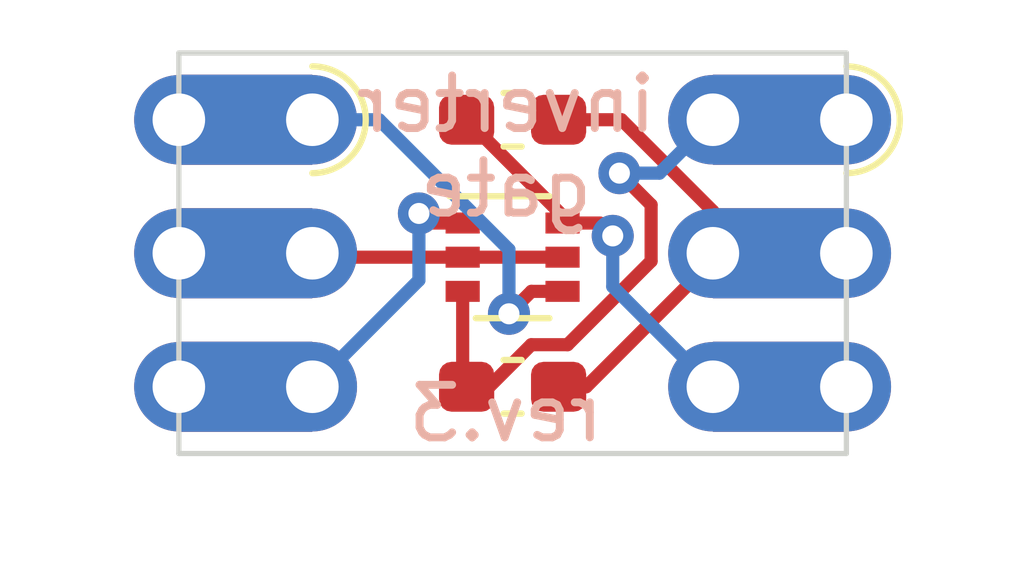
<source format=kicad_pcb>
(kicad_pcb (version 20171130) (host pcbnew 5.1.6)

  (general
    (thickness 1.6)
    (drawings 6)
    (tracks 42)
    (zones 0)
    (modules 5)
    (nets 7)
  )

  (page A4)
  (layers
    (0 F.Cu signal)
    (31 B.Cu signal)
    (32 B.Adhes user)
    (33 F.Adhes user)
    (34 B.Paste user)
    (35 F.Paste user)
    (36 B.SilkS user)
    (37 F.SilkS user)
    (38 B.Mask user)
    (39 F.Mask user)
    (40 Dwgs.User user)
    (41 Cmts.User user)
    (42 Eco1.User user)
    (43 Eco2.User user)
    (44 Edge.Cuts user)
    (45 Margin user)
    (46 B.CrtYd user)
    (47 F.CrtYd user)
    (48 B.Fab user)
    (49 F.Fab user)
  )

  (setup
    (last_trace_width 0.25)
    (user_trace_width 0.35)
    (user_trace_width 0.5)
    (trace_clearance 0.2)
    (zone_clearance 0.508)
    (zone_45_only no)
    (trace_min 0.2)
    (via_size 0.8)
    (via_drill 0.4)
    (via_min_size 0.4)
    (via_min_drill 0.3)
    (uvia_size 0.3)
    (uvia_drill 0.1)
    (uvias_allowed no)
    (uvia_min_size 0.2)
    (uvia_min_drill 0.1)
    (edge_width 0.05)
    (segment_width 0.2)
    (pcb_text_width 0.3)
    (pcb_text_size 1.5 1.5)
    (mod_edge_width 0.12)
    (mod_text_size 1 1)
    (mod_text_width 0.15)
    (pad_size 1.524 1.524)
    (pad_drill 0.762)
    (pad_to_mask_clearance 0.05)
    (aux_axis_origin 0 0)
    (visible_elements FFFFFF7F)
    (pcbplotparams
      (layerselection 0x010fc_ffffffff)
      (usegerberextensions false)
      (usegerberattributes true)
      (usegerberadvancedattributes true)
      (creategerberjobfile true)
      (excludeedgelayer true)
      (linewidth 0.100000)
      (plotframeref false)
      (viasonmask false)
      (mode 1)
      (useauxorigin false)
      (hpglpennumber 1)
      (hpglpenspeed 20)
      (hpglpendiameter 15.000000)
      (psnegative false)
      (psa4output false)
      (plotreference true)
      (plotvalue true)
      (plotinvisibletext false)
      (padsonsilk false)
      (subtractmaskfromsilk false)
      (outputformat 1)
      (mirror false)
      (drillshape 0)
      (scaleselection 1)
      (outputdirectory "../../../../pcbs/gates/inverter/"))
  )

  (net 0 "")
  (net 1 Out)
  (net 2 Vss)
  (net 3 Vdd)
  (net 4 In)
  (net 5 Nti)
  (net 6 Pti)

  (net_class Default "This is the default net class."
    (clearance 0.2)
    (trace_width 0.25)
    (via_dia 0.8)
    (via_drill 0.4)
    (uvia_dia 0.3)
    (uvia_drill 0.1)
    (add_net In)
    (add_net Nti)
    (add_net Out)
    (add_net Pti)
    (add_net Vdd)
    (add_net Vss)
  )

  (module Castellation:Hybrid_Castellation_1x03_P2.54 (layer F.Cu) (tedit 60A116C0) (tstamp 5FF6B5F2)
    (at 92.075 53.34)
    (descr "Edge Castellation, 1x03, 2.54mm pitch, single row")
    (tags "Castellation Edge 1x03 2.54mm single row")
    (path /5FED6A28)
    (fp_text reference J1 (at 0 -2.54) (layer F.SilkS) hide
      (effects (font (size 1 1) (thickness 0.15)))
    )
    (fp_text value Conn_01x03 (at 0 7.85) (layer F.Fab)
      (effects (font (size 1 1) (thickness 0.15)))
    )
    (fp_line (start 2.54 -0.635) (end 2.54 6.35) (layer F.Fab) (width 0.1))
    (fp_line (start -2.54 6.35) (end -2.54 -1.27) (layer F.Fab) (width 0.1))
    (fp_line (start 1.905 -1.27) (end 2.54 -0.635) (layer F.Fab) (width 0.1))
    (fp_line (start -2.54 -1.27) (end 1.905 -1.27) (layer F.Fab) (width 0.12))
    (fp_line (start -2.54 6.35) (end 2.54 6.35) (layer F.Fab) (width 0.12))
    (fp_arc (start 1.27 0) (end 1.27 1.016) (angle -180) (layer F.SilkS) (width 0.12))
    (fp_text user %R (at 0 2.54 90) (layer F.Fab)
      (effects (font (size 1 1) (thickness 0.15)))
    )
    (pad 3 connect custom (at 0 5.08) (size 2.54 1.7145) (layers B.Cu B.Mask)
      (net 2 Vss) (zone_connect 0)
      (options (clearance outline) (anchor rect))
      (primitives
      ))
    (pad 2 connect custom (at 0 2.54) (size 2.54 1.7145) (layers B.Cu B.Mask)
      (net 4 In) (zone_connect 0)
      (options (clearance outline) (anchor rect))
      (primitives
      ))
    (pad 1 connect custom (at 0 0) (size 2.54 1.7145) (layers B.Cu B.Mask)
      (net 3 Vdd) (zone_connect 0)
      (options (clearance outline) (anchor rect))
      (primitives
      ))
    (pad 3 connect custom (at 0 5.08) (size 2.54 1.7145) (layers F.Cu F.Mask)
      (net 2 Vss) (zone_connect 0)
      (options (clearance outline) (anchor rect))
      (primitives
      ))
    (pad 2 connect custom (at 0 2.54) (size 2.54 1.7145) (layers F.Cu F.Mask)
      (net 4 In) (zone_connect 0)
      (options (clearance outline) (anchor rect))
      (primitives
      ))
    (pad 1 connect custom (at 0 0) (size 2.54 1.7145) (layers F.Cu F.Mask)
      (net 3 Vdd) (zone_connect 0)
      (options (clearance outline) (anchor rect))
      (primitives
      ))
    (pad 1 thru_hole oval (at 1.27 0) (size 1.7 1.7) (drill 1) (layers *.Cu *.Mask)
      (net 3 Vdd))
    (pad 2 thru_hole oval (at 1.27 2.54) (size 1.7 1.7) (drill 1) (layers *.Cu *.Mask)
      (net 4 In))
    (pad 3 thru_hole oval (at 1.27 5.08) (size 1.7 1.7) (drill 1) (layers *.Cu *.Mask)
      (net 2 Vss))
    (pad 3 thru_hole oval (at -1.27 5.08) (size 1.7 1.7) (drill 1) (layers *.Cu *.Mask)
      (net 2 Vss))
    (pad 2 thru_hole oval (at -1.27 2.54) (size 1.7 1.7) (drill 1) (layers *.Cu *.Mask)
      (net 4 In))
    (pad 1 thru_hole oval (at -1.27 0) (size 1.7 1.7) (drill 1) (layers *.Cu *.Mask)
      (net 3 Vdd))
  )

  (module Castellation:Hybrid_Castellation_1x03_P2.54 (layer F.Cu) (tedit 60A116C0) (tstamp 5FF6B600)
    (at 102.235 53.34)
    (descr "Edge Castellation, 1x03, 2.54mm pitch, single row")
    (tags "Castellation Edge 1x03 2.54mm single row")
    (path /5FEDBBC1)
    (fp_text reference J2 (at 0 -2.54) (layer F.SilkS) hide
      (effects (font (size 1 1) (thickness 0.15)))
    )
    (fp_text value Conn_01x03 (at 0 7.85) (layer F.Fab)
      (effects (font (size 1 1) (thickness 0.15)))
    )
    (fp_line (start 2.54 -0.635) (end 2.54 6.35) (layer F.Fab) (width 0.1))
    (fp_line (start -2.54 6.35) (end -2.54 -1.27) (layer F.Fab) (width 0.1))
    (fp_line (start 1.905 -1.27) (end 2.54 -0.635) (layer F.Fab) (width 0.1))
    (fp_line (start -2.54 -1.27) (end 1.905 -1.27) (layer F.Fab) (width 0.12))
    (fp_line (start -2.54 6.35) (end 2.54 6.35) (layer F.Fab) (width 0.12))
    (fp_arc (start 1.27 0) (end 1.27 1.016) (angle -180) (layer F.SilkS) (width 0.12))
    (fp_text user %R (at 0 2.54 90) (layer F.Fab)
      (effects (font (size 1 1) (thickness 0.15)))
    )
    (pad 3 connect custom (at 0 5.08) (size 2.54 1.7145) (layers B.Cu B.Mask)
      (net 5 Nti) (zone_connect 0)
      (options (clearance outline) (anchor rect))
      (primitives
      ))
    (pad 2 connect custom (at 0 2.54) (size 2.54 1.7145) (layers B.Cu B.Mask)
      (net 1 Out) (zone_connect 0)
      (options (clearance outline) (anchor rect))
      (primitives
      ))
    (pad 1 connect custom (at 0 0) (size 2.54 1.7145) (layers B.Cu B.Mask)
      (net 6 Pti) (zone_connect 0)
      (options (clearance outline) (anchor rect))
      (primitives
      ))
    (pad 3 connect custom (at 0 5.08) (size 2.54 1.7145) (layers F.Cu F.Mask)
      (net 5 Nti) (zone_connect 0)
      (options (clearance outline) (anchor rect))
      (primitives
      ))
    (pad 2 connect custom (at 0 2.54) (size 2.54 1.7145) (layers F.Cu F.Mask)
      (net 1 Out) (zone_connect 0)
      (options (clearance outline) (anchor rect))
      (primitives
      ))
    (pad 1 connect custom (at 0 0) (size 2.54 1.7145) (layers F.Cu F.Mask)
      (net 6 Pti) (zone_connect 0)
      (options (clearance outline) (anchor rect))
      (primitives
      ))
    (pad 1 thru_hole oval (at 1.27 0) (size 1.7 1.7) (drill 1) (layers *.Cu *.Mask)
      (net 6 Pti))
    (pad 2 thru_hole oval (at 1.27 2.54) (size 1.7 1.7) (drill 1) (layers *.Cu *.Mask)
      (net 1 Out))
    (pad 3 thru_hole oval (at 1.27 5.08) (size 1.7 1.7) (drill 1) (layers *.Cu *.Mask)
      (net 5 Nti))
    (pad 3 thru_hole oval (at -1.27 5.08) (size 1.7 1.7) (drill 1) (layers *.Cu *.Mask)
      (net 5 Nti))
    (pad 2 thru_hole oval (at -1.27 2.54) (size 1.7 1.7) (drill 1) (layers *.Cu *.Mask)
      (net 1 Out))
    (pad 1 thru_hole oval (at -1.27 0) (size 1.7 1.7) (drill 1) (layers *.Cu *.Mask)
      (net 6 Pti))
  )

  (module Resistor_SMD:R_0603_1608Metric_Pad1.05x0.95mm_HandSolder (layer F.Cu) (tedit 5B301BBD) (tstamp 5FF6B638)
    (at 97.155 53.34 180)
    (descr "Resistor SMD 0603 (1608 Metric), square (rectangular) end terminal, IPC_7351 nominal with elongated pad for handsoldering. (Body size source: http://www.tortai-tech.com/upload/download/2011102023233369053.pdf), generated with kicad-footprint-generator")
    (tags "resistor handsolder")
    (path /5FFC430C)
    (attr smd)
    (fp_text reference R2 (at 0 -1.43) (layer F.SilkS) hide
      (effects (font (size 1 1) (thickness 0.15)))
    )
    (fp_text value 12k (at 0 1.43) (layer F.Fab)
      (effects (font (size 1 1) (thickness 0.15)))
    )
    (fp_line (start 1.65 0.73) (end -1.65 0.73) (layer F.CrtYd) (width 0.05))
    (fp_line (start 1.65 -0.73) (end 1.65 0.73) (layer F.CrtYd) (width 0.05))
    (fp_line (start -1.65 -0.73) (end 1.65 -0.73) (layer F.CrtYd) (width 0.05))
    (fp_line (start -1.65 0.73) (end -1.65 -0.73) (layer F.CrtYd) (width 0.05))
    (fp_line (start -0.171267 0.51) (end 0.171267 0.51) (layer F.SilkS) (width 0.12))
    (fp_line (start -0.171267 -0.51) (end 0.171267 -0.51) (layer F.SilkS) (width 0.12))
    (fp_line (start 0.8 0.4) (end -0.8 0.4) (layer F.Fab) (width 0.1))
    (fp_line (start 0.8 -0.4) (end 0.8 0.4) (layer F.Fab) (width 0.1))
    (fp_line (start -0.8 -0.4) (end 0.8 -0.4) (layer F.Fab) (width 0.1))
    (fp_line (start -0.8 0.4) (end -0.8 -0.4) (layer F.Fab) (width 0.1))
    (fp_text user %R (at 0 0) (layer F.Fab)
      (effects (font (size 0.4 0.4) (thickness 0.06)))
    )
    (pad 2 smd roundrect (at 0.875 0 180) (size 1.05 0.95) (layers F.Cu F.Paste F.Mask) (roundrect_rratio 0.25)
      (net 5 Nti))
    (pad 1 smd roundrect (at -0.875 0 180) (size 1.05 0.95) (layers F.Cu F.Paste F.Mask) (roundrect_rratio 0.25)
      (net 1 Out))
    (model ${KISYS3DMOD}/Resistor_SMD.3dshapes/R_0603_1608Metric.wrl
      (at (xyz 0 0 0))
      (scale (xyz 1 1 1))
      (rotate (xyz 0 0 0))
    )
  )

  (module Resistor_SMD:R_0603_1608Metric_Pad1.05x0.95mm_HandSolder (layer F.Cu) (tedit 5B301BBD) (tstamp 5FF6B627)
    (at 97.155 58.42)
    (descr "Resistor SMD 0603 (1608 Metric), square (rectangular) end terminal, IPC_7351 nominal with elongated pad for handsoldering. (Body size source: http://www.tortai-tech.com/upload/download/2011102023233369053.pdf), generated with kicad-footprint-generator")
    (tags "resistor handsolder")
    (path /5FFC3DF2)
    (attr smd)
    (fp_text reference R1 (at 0 -1.43) (layer F.SilkS) hide
      (effects (font (size 1 1) (thickness 0.15)))
    )
    (fp_text value 12k (at 0 1.43) (layer F.Fab)
      (effects (font (size 1 1) (thickness 0.15)))
    )
    (fp_line (start 1.65 0.73) (end -1.65 0.73) (layer F.CrtYd) (width 0.05))
    (fp_line (start 1.65 -0.73) (end 1.65 0.73) (layer F.CrtYd) (width 0.05))
    (fp_line (start -1.65 -0.73) (end 1.65 -0.73) (layer F.CrtYd) (width 0.05))
    (fp_line (start -1.65 0.73) (end -1.65 -0.73) (layer F.CrtYd) (width 0.05))
    (fp_line (start -0.171267 0.51) (end 0.171267 0.51) (layer F.SilkS) (width 0.12))
    (fp_line (start -0.171267 -0.51) (end 0.171267 -0.51) (layer F.SilkS) (width 0.12))
    (fp_line (start 0.8 0.4) (end -0.8 0.4) (layer F.Fab) (width 0.1))
    (fp_line (start 0.8 -0.4) (end 0.8 0.4) (layer F.Fab) (width 0.1))
    (fp_line (start -0.8 -0.4) (end 0.8 -0.4) (layer F.Fab) (width 0.1))
    (fp_line (start -0.8 0.4) (end -0.8 -0.4) (layer F.Fab) (width 0.1))
    (fp_text user %R (at 0 0) (layer F.Fab)
      (effects (font (size 0.4 0.4) (thickness 0.06)))
    )
    (pad 2 smd roundrect (at 0.875 0) (size 1.05 0.95) (layers F.Cu F.Paste F.Mask) (roundrect_rratio 0.25)
      (net 1 Out))
    (pad 1 smd roundrect (at -0.875 0) (size 1.05 0.95) (layers F.Cu F.Paste F.Mask) (roundrect_rratio 0.25)
      (net 6 Pti))
    (model ${KISYS3DMOD}/Resistor_SMD.3dshapes/R_0603_1608Metric.wrl
      (at (xyz 0 0 0))
      (scale (xyz 1 1 1))
      (rotate (xyz 0 0 0))
    )
  )

  (module Package_TO_SOT_SMD:SOT-363_SC-70-6 (layer F.Cu) (tedit 5A02FF57) (tstamp 5FF6B616)
    (at 97.155 55.955)
    (descr "SOT-363, SC-70-6")
    (tags "SOT-363 SC-70-6")
    (path /5FFBA0AD)
    (attr smd)
    (fp_text reference Q1 (at 0 -2) (layer F.SilkS) hide
      (effects (font (size 1 1) (thickness 0.15)))
    )
    (fp_text value BSS8402DW (at 0 2 180) (layer F.Fab)
      (effects (font (size 1 1) (thickness 0.15)))
    )
    (fp_line (start -0.175 -1.1) (end -0.675 -0.6) (layer F.Fab) (width 0.1))
    (fp_line (start 0.675 1.1) (end -0.675 1.1) (layer F.Fab) (width 0.1))
    (fp_line (start 0.675 -1.1) (end 0.675 1.1) (layer F.Fab) (width 0.1))
    (fp_line (start -1.6 1.4) (end 1.6 1.4) (layer F.CrtYd) (width 0.05))
    (fp_line (start -0.675 -0.6) (end -0.675 1.1) (layer F.Fab) (width 0.1))
    (fp_line (start 0.675 -1.1) (end -0.175 -1.1) (layer F.Fab) (width 0.1))
    (fp_line (start -1.6 -1.4) (end 1.6 -1.4) (layer F.CrtYd) (width 0.05))
    (fp_line (start -1.6 -1.4) (end -1.6 1.4) (layer F.CrtYd) (width 0.05))
    (fp_line (start 1.6 1.4) (end 1.6 -1.4) (layer F.CrtYd) (width 0.05))
    (fp_line (start -0.7 1.16) (end 0.7 1.16) (layer F.SilkS) (width 0.12))
    (fp_line (start 0.7 -1.16) (end -1.2 -1.16) (layer F.SilkS) (width 0.12))
    (fp_text user %R (at 0 0 90) (layer F.Fab)
      (effects (font (size 0.5 0.5) (thickness 0.075)))
    )
    (pad 6 smd rect (at 0.95 -0.65) (size 0.65 0.4) (layers F.Cu F.Paste F.Mask)
      (net 5 Nti))
    (pad 4 smd rect (at 0.95 0.65) (size 0.65 0.4) (layers F.Cu F.Paste F.Mask)
      (net 3 Vdd))
    (pad 2 smd rect (at -0.95 0) (size 0.65 0.4) (layers F.Cu F.Paste F.Mask)
      (net 4 In))
    (pad 5 smd rect (at 0.95 0) (size 0.65 0.4) (layers F.Cu F.Paste F.Mask)
      (net 4 In))
    (pad 3 smd rect (at -0.95 0.65) (size 0.65 0.4) (layers F.Cu F.Paste F.Mask)
      (net 6 Pti))
    (pad 1 smd rect (at -0.95 -0.65) (size 0.65 0.4) (layers F.Cu F.Paste F.Mask)
      (net 2 Vss))
    (model ${KISYS3DMOD}/Package_TO_SOT_SMD.3dshapes/SOT-363_SC-70-6.wrl
      (at (xyz 0 0 0))
      (scale (xyz 1 1 1))
      (rotate (xyz 0 0 0))
    )
  )

  (gr_line (start 103.505 52.07) (end 103.505 59.69) (layer Edge.Cuts) (width 0.1))
  (gr_line (start 90.805 52.07) (end 103.505 52.07) (layer Edge.Cuts) (width 0.1))
  (gr_line (start 90.805 59.69) (end 90.805 52.07) (layer Edge.Cuts) (width 0.1))
  (gr_line (start 103.505 59.69) (end 90.805 59.69) (layer Edge.Cuts) (width 0.1))
  (gr_text rev.3 (at 97.028 58.928) (layer B.SilkS)
    (effects (font (size 1 1) (thickness 0.15)) (justify mirror))
  )
  (gr_text "inverter\ngate" (at 97.028 53.848) (layer B.SilkS)
    (effects (font (size 1 1) (thickness 0.15)) (justify mirror))
  )

  (segment (start 98.03 58.42) (end 98.555 58.42) (width 0.25) (layer F.Cu) (net 1))
  (segment (start 98.555 58.42) (end 100.965 56.01) (width 0.25) (layer F.Cu) (net 1))
  (segment (start 100.965 56.01) (end 100.965 55.88) (width 0.25) (layer F.Cu) (net 1))
  (segment (start 100.965 55.079002) (end 100.965 55.88) (width 0.25) (layer F.Cu) (net 1))
  (segment (start 99.225998 53.34) (end 100.965 55.079002) (width 0.25) (layer F.Cu) (net 1))
  (segment (start 98.03 53.34) (end 99.225998 53.34) (width 0.25) (layer F.Cu) (net 1))
  (segment (start 96.205 55.305) (end 95.55468 55.305) (width 0.25) (layer F.Cu) (net 2))
  (segment (start 93.345 58.42) (end 95.37234 56.39266) (width 0.25) (layer B.Cu) (net 2))
  (segment (start 95.55468 55.305) (end 95.37234 55.12266) (width 0.25) (layer F.Cu) (net 2))
  (segment (start 95.37234 56.39266) (end 95.37234 55.12266) (width 0.25) (layer B.Cu) (net 2))
  (via (at 95.37234 55.12266) (size 0.8) (drill 0.4) (layers F.Cu B.Cu) (net 2))
  (segment (start 97.155 57.15) (end 97.155 57.15) (width 0.25) (layer F.Cu) (net 3) (tstamp 5FF6BC45))
  (segment (start 94.615 53.34) (end 97.085437 55.810437) (width 0.25) (layer B.Cu) (net 3))
  (segment (start 97.512383 56.605) (end 97.085437 57.031946) (width 0.25) (layer F.Cu) (net 3))
  (via (at 97.085437 57.031946) (size 0.8) (drill 0.4) (layers F.Cu B.Cu) (net 3))
  (segment (start 98.105 56.605) (end 97.512383 56.605) (width 0.25) (layer F.Cu) (net 3))
  (segment (start 97.085437 55.810437) (end 97.085437 57.031946) (width 0.25) (layer B.Cu) (net 3))
  (segment (start 93.345 53.34) (end 94.615 53.34) (width 0.25) (layer B.Cu) (net 3))
  (segment (start 96.205 55.955) (end 98.105 55.955) (width 0.25) (layer F.Cu) (net 4))
  (segment (start 93.42 55.955) (end 93.345 55.88) (width 0.25) (layer F.Cu) (net 4))
  (segment (start 96.205 55.955) (end 93.42 55.955) (width 0.25) (layer F.Cu) (net 4))
  (via (at 99.06 55.5498) (size 0.8) (drill 0.4) (layers F.Cu B.Cu) (net 5))
  (segment (start 98.105 55.165) (end 96.28 53.34) (width 0.25) (layer F.Cu) (net 5))
  (segment (start 98.105 55.305) (end 98.105 55.165) (width 0.25) (layer F.Cu) (net 5))
  (segment (start 96.28 53.34) (end 96.52 53.34) (width 0.25) (layer F.Cu) (net 5))
  (segment (start 96.28 53.34) (end 95.885 53.34) (width 0.25) (layer F.Cu) (net 5))
  (segment (start 98.8152 55.305) (end 98.105 55.305) (width 0.25) (layer F.Cu) (net 5))
  (segment (start 99.06 55.5498) (end 98.8152 55.305) (width 0.25) (layer F.Cu) (net 5))
  (segment (start 99.06 56.515) (end 100.965 58.42) (width 0.25) (layer B.Cu) (net 5))
  (segment (start 99.06 55.5498) (end 99.06 56.515) (width 0.25) (layer B.Cu) (net 5))
  (segment (start 96.205 58.345) (end 96.28 58.42) (width 0.25) (layer F.Cu) (net 6))
  (segment (start 96.205 56.605) (end 96.205 58.345) (width 0.25) (layer F.Cu) (net 6))
  (segment (start 96.28 58.42) (end 96.70949 58.42) (width 0.25) (layer F.Cu) (net 6))
  (segment (start 96.70949 58.42) (end 97.5095 57.61999) (width 0.25) (layer F.Cu) (net 6))
  (segment (start 97.5095 57.61999) (end 98.200012 57.61999) (width 0.25) (layer F.Cu) (net 6))
  (segment (start 99.789999 56.030003) (end 99.789999 54.958999) (width 0.25) (layer F.Cu) (net 6))
  (segment (start 98.200012 57.61999) (end 99.789999 56.030003) (width 0.25) (layer F.Cu) (net 6))
  (segment (start 99.789999 54.958999) (end 99.187 54.356) (width 0.25) (layer F.Cu) (net 6))
  (segment (start 99.187 54.356) (end 99.187 54.356) (width 0.25) (layer F.Cu) (net 6) (tstamp 60A1189A))
  (via (at 99.187 54.356) (size 0.8) (drill 0.4) (layers F.Cu B.Cu) (net 6))
  (segment (start 99.949 54.356) (end 100.965 53.34) (width 0.25) (layer B.Cu) (net 6))
  (segment (start 99.187 54.356) (end 99.949 54.356) (width 0.25) (layer B.Cu) (net 6))

)

</source>
